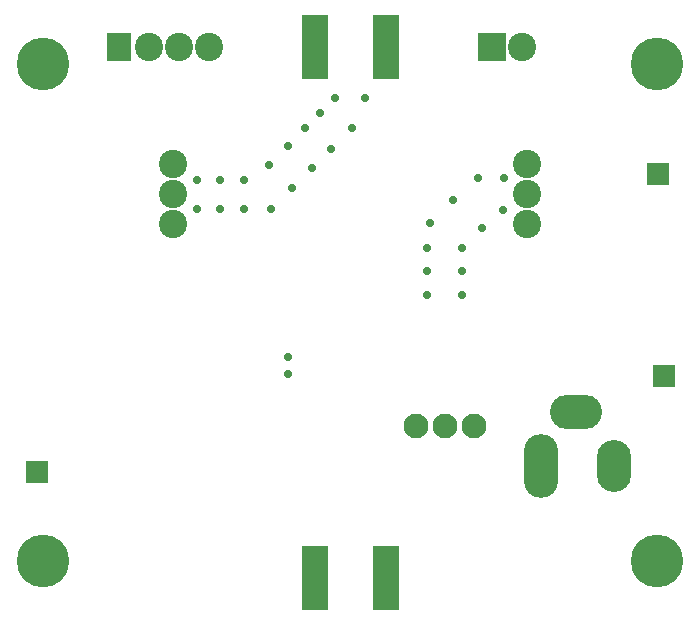
<source format=gbs>
G04 #@! TF.FileFunction,Soldermask,Bot*
%FSLAX46Y46*%
G04 Gerber Fmt 4.6, Leading zero omitted, Abs format (unit mm)*
G04 Created by KiCad (PCBNEW 0.201510291901+6286~30~ubuntu14.04.1-product) date Mon 02 Nov 2015 07:58:44 AM PST*
%MOMM*%
G01*
G04 APERTURE LIST*
%ADD10C,0.100000*%
%ADD11C,0.700000*%
%ADD12C,4.464000*%
%ADD13R,2.400000X2.400000*%
%ADD14C,2.400000*%
%ADD15R,2.127200X2.432000*%
%ADD16R,1.901140X1.901140*%
%ADD17O,2.900000X4.400000*%
%ADD18O,2.900000X5.400000*%
%ADD19O,4.400000X2.900000*%
%ADD20C,2.100000*%
%ADD21R,2.200000X5.480000*%
G04 APERTURE END LIST*
D10*
D11*
X143000000Y-73650000D03*
X140800000Y-73650000D03*
X138750000Y-75500000D03*
X136800000Y-77450000D03*
X136500000Y-79500000D03*
X136500000Y-81450000D03*
X136500000Y-83500000D03*
X139500000Y-83500000D03*
X139500000Y-81500000D03*
X139500000Y-79500000D03*
X141150000Y-77850000D03*
X142950000Y-76300000D03*
X127450000Y-68150000D03*
X128750000Y-66800000D03*
X126200000Y-69400000D03*
X124700000Y-70900000D03*
X123100000Y-72500000D03*
X131250000Y-66800000D03*
X130200000Y-69350000D03*
X128350000Y-71200000D03*
X126750000Y-72800000D03*
X125050000Y-74500000D03*
X121000000Y-73750000D03*
X119000000Y-73750000D03*
X117000000Y-73750000D03*
X123300000Y-76250000D03*
X121000000Y-76250000D03*
X119000000Y-76250000D03*
X117000000Y-76250000D03*
X124700000Y-90250000D03*
D12*
X104000000Y-64000000D03*
X104000000Y-106000000D03*
X156000000Y-106000000D03*
X156000000Y-64000000D03*
D13*
X142000000Y-62500000D03*
D14*
X144540000Y-62500000D03*
D15*
X110410000Y-62500000D03*
D14*
X112950000Y-62500000D03*
X115490000Y-62500000D03*
X118030000Y-62500000D03*
X145000000Y-75000000D03*
X115000000Y-75000000D03*
X145000000Y-77540000D03*
X145000000Y-72460000D03*
X115000000Y-77540000D03*
X115000000Y-72460000D03*
D16*
X156550000Y-90400000D03*
X103450000Y-98500000D03*
X156050000Y-73300000D03*
D17*
X152300000Y-98000000D03*
D18*
X146200000Y-98000000D03*
D19*
X149100000Y-93400000D03*
D20*
X138050000Y-94650000D03*
X140500000Y-94650000D03*
X135600000Y-94650000D03*
D11*
X124700000Y-88750000D03*
D21*
X133000000Y-62550000D03*
D11*
X133000000Y-64590000D03*
X133000000Y-60590000D03*
X132500000Y-61590000D03*
X133500000Y-61590000D03*
X133000000Y-62590000D03*
X132500000Y-63590000D03*
X133500000Y-63590000D03*
X127000000Y-64590000D03*
X127000000Y-60590000D03*
X126500000Y-61590000D03*
X127500000Y-61590000D03*
X127000000Y-62590000D03*
X126500000Y-63590000D03*
X127500000Y-63590000D03*
D21*
X127000000Y-62550000D03*
X133000000Y-107460000D03*
D11*
X133000000Y-109500000D03*
X133000000Y-105500000D03*
X132500000Y-106500000D03*
X133500000Y-106500000D03*
X133000000Y-107500000D03*
X132500000Y-108500000D03*
X133500000Y-108500000D03*
X127000000Y-109500000D03*
X127000000Y-105500000D03*
X126500000Y-106500000D03*
X127500000Y-106500000D03*
X127000000Y-107500000D03*
X126500000Y-108500000D03*
X127500000Y-108500000D03*
D21*
X127000000Y-107460000D03*
M02*

</source>
